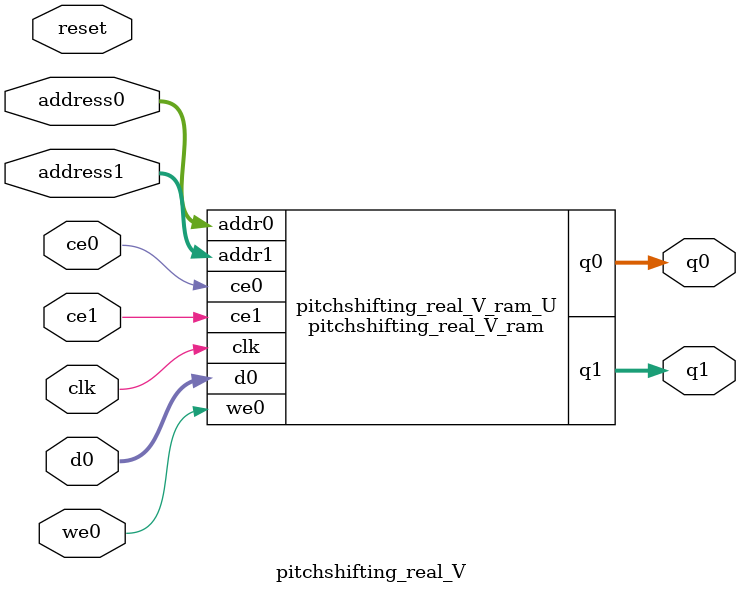
<source format=v>

`timescale 1 ns / 1 ps
module pitchshifting_real_V_ram (addr0, ce0, d0, we0, q0, addr1, ce1, q1,  clk);

parameter DWIDTH = 32;
parameter AWIDTH = 10;
parameter MEM_SIZE = 1024;

input[AWIDTH-1:0] addr0;
input ce0;
input[DWIDTH-1:0] d0;
input we0;
output reg[DWIDTH-1:0] q0;
input[AWIDTH-1:0] addr1;
input ce1;
output reg[DWIDTH-1:0] q1;
input clk;

(* ram_style = "block" *)reg [DWIDTH-1:0] ram[MEM_SIZE-1:0];




always @(posedge clk)  
begin 
    if (ce0) 
    begin
        if (we0) 
        begin 
            ram[addr0] <= d0; 
            q0 <= d0;
        end 
        else 
            q0 <= ram[addr0];
    end
end


always @(posedge clk)  
begin 
    if (ce1) 
    begin
            q1 <= ram[addr1];
    end
end


endmodule


`timescale 1 ns / 1 ps
module pitchshifting_real_V(
    reset,
    clk,
    address0,
    ce0,
    we0,
    d0,
    q0,
    address1,
    ce1,
    q1);

parameter DataWidth = 32'd32;
parameter AddressRange = 32'd1024;
parameter AddressWidth = 32'd10;
input reset;
input clk;
input[AddressWidth - 1:0] address0;
input ce0;
input we0;
input[DataWidth - 1:0] d0;
output[DataWidth - 1:0] q0;
input[AddressWidth - 1:0] address1;
input ce1;
output[DataWidth - 1:0] q1;




pitchshifting_real_V_ram pitchshifting_real_V_ram_U(
    .clk( clk ),
    .addr0( address0 ),
    .ce0( ce0 ),
    .d0( d0 ),
    .we0( we0 ),
    .q0( q0 ),
    .addr1( address1 ),
    .ce1( ce1 ),
    .q1( q1 ));

endmodule


</source>
